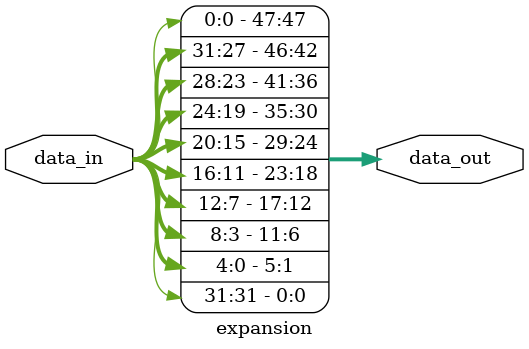
<source format=sv>

module expansion
(
	input wire [31:0] data_in,
	output wire [47:0] data_out
);

assign data_out = {
			data_in[0],  data_in[31:28], data_in[27],
			data_in[28], data_in[27:24], data_in[23],
			data_in[24], data_in[23:20], data_in[19],
			data_in[20], data_in[19:16], data_in[15],
			data_in[16], data_in[15:12], data_in[11],
			data_in[12], data_in[11:8],  data_in[7],
			data_in[8],  data_in[7:4],   data_in[3],
			data_in[4],  data_in[3:0],   data_in[31]
		  };	
 
endmodule

</source>
